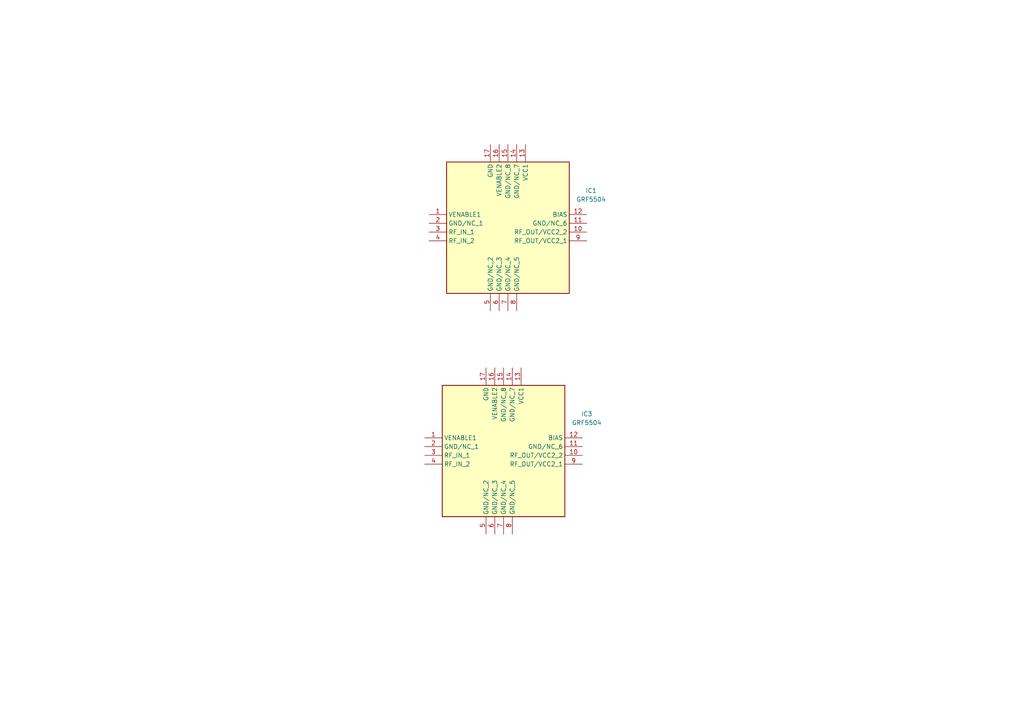
<source format=kicad_sch>
(kicad_sch (version 20230121) (generator eeschema)
  (paper "A4")
  (lib_symbols
    (symbol "Cobalt-Cowboy:GRF5504"
      (property "Reference" "IC" (at 41.91 20.32 0))
      (property "Value" "GRF5504" (at 41.91 17.78 0))
      (symbol "GRF5504_1_1"
        (rectangle (start 5.08 15.24) (end 40.64 -22.86) (stroke (width 0.254)) (fill (type background)))
        (pin passive line (at 0 0 0) (length 5.08) (name "VENABLE1") (number "1"))
        (pin passive line (at 45.72 -5.08 180) (length 5.08) (name "RF_OUT/VCC2_2") (number "10"))
        (pin passive line (at 45.72 -2.54 180) (length 5.08) (name "GND/NC_6") (number "11"))
        (pin passive line (at 45.72 0 180) (length 5.08) (name "BIAS") (number "12"))
        (pin passive line (at 27.94 20.32 270) (length 5.08) (name "VCC1") (number "13"))
        (pin passive line (at 25.4 20.32 270) (length 5.08) (name "GND/NC_7") (number "14"))
        (pin passive line (at 22.86 20.32 270) (length 5.08) (name "GND/NC_8") (number "15"))
        (pin passive line (at 20.32 20.32 270) (length 5.08) (name "VENABLE2") (number "16"))
        (pin passive line (at 17.78 20.32 270) (length 5.08) (name "GND") (number "17"))
        (pin passive line (at 0 -2.54 0) (length 5.08) (name "GND/NC_1") (number "2"))
        (pin passive line (at 0 -5.08 0) (length 5.08) (name "RF_IN_1") (number "3"))
        (pin passive line (at 0 -7.62 0) (length 5.08) (name "RF_IN_2") (number "4"))
        (pin passive line (at 17.78 -27.94 90) (length 5.08) (name "GND/NC_2") (number "5"))
        (pin passive line (at 20.32 -27.94 90) (length 5.08) (name "GND/NC_3") (number "6"))
        (pin passive line (at 22.86 -27.94 90) (length 5.08) (name "GND/NC_4") (number "7"))
        (pin passive line (at 25.4 -27.94 90) (length 5.08) (name "GND/NC_5") (number "8"))
        (pin passive line (at 45.72 -7.62 180) (length 5.08) (name "RF_OUT/VCC2_1") (number "9"))
      )
    )
  )
  (symbol (lib_id "Cobalt-Cowboy:GRF5504") (at 123.19 127 0) (unit 1)
    (property "Reference" "IC3" (at 170.18 120.0719 0))
    (property "Value" "GRF5504" (at 170.18 122.6119 0))
    (property "Footprint" "Cobalt_Cowboy:QFN50P300X300X90-17N_GRF5504" (effects hide))
    (property "Datasheet" "https://www.guerrilla-rf.com/products/DataSheet?sku=5504&file_name=GRF5504DS.pdf" (effects hide))
    (property "Height" "0.9" (effects hide))
    (property "Manufacturer_Name" "Guerrilla RF" (effects hide))
    (property "Manufacturer_Part_Number" "GRF5504" (effects hide))
    (property "Mouser Part Number" "459-GRF5504" (effects hide))
    (property "Mouser Price/Stock" "https://www.mouser.co.uk/ProductDetail/Guerrilla-RF/GRF5504?qs=P1JMDcb91o62Y67US9BUxg%3D%3D" (effects hide))
  )
  (symbol (lib_id "Cobalt-Cowboy:GRF5504") (at 124.46 62.23 0) (unit 1)
    (property "Reference" "IC1" (at 171.45 55.3019 0))
    (property "Value" "GRF5504" (at 171.45 57.8419 0))
    (property "Footprint" "Cobalt_Cowboy:QFN50P300X300X90-17N_GRF5504" (effects hide))
    (property "Datasheet" "https://www.guerrilla-rf.com/products/DataSheet?sku=5504&file_name=GRF5504DS.pdf" (effects hide))
    (property "Height" "0.9" (effects hide))
    (property "Manufacturer_Name" "Guerrilla RF" (effects hide))
    (property "Manufacturer_Part_Number" "GRF5504" (effects hide))
    (property "Mouser Part Number" "459-GRF5504" (effects hide))
    (property "Mouser Price/Stock" "https://www.mouser.co.uk/ProductDetail/Guerrilla-RF/GRF5504?qs=P1JMDcb91o62Y67US9BUxg%3D%3D" (effects hide))
  )
)
</source>
